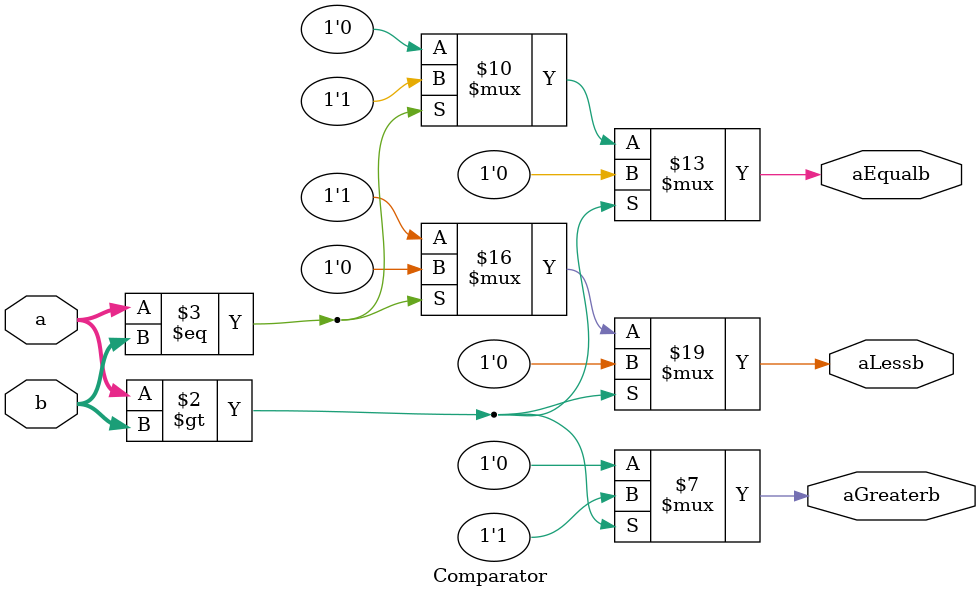
<source format=v>
`timescale 1ns / 1ps
module Comparator(a, b, aLessb, aGreaterb, aEqualb);
	parameter width = 4;
	input [width-1:0]	a, b;
	output	aLessb, aGreaterb, aEqualb;
	
	reg	aLessb, aGreaterb, aEqualb;

	always @ (a or b)
	begin
		if (a > b) begin
			aLessb <= 1'b0;
			aEqualb <= 1'b0;
			aGreaterb <= 1'b1;
		end else if	(a == b) begin
			aLessb <= 1'b0;
			aEqualb <= 1'b1;
			aGreaterb <= 1'b0;
		end else begin
			aLessb <= 1'b1;
			aEqualb <= 1'b0;
			aGreaterb <= 1'b0;
		end
	end
endmodule
</source>
